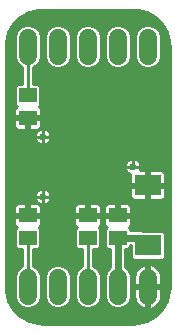
<source format=gbl>
G75*
%MOIN*%
%OFA0B0*%
%FSLAX25Y25*%
%IPPOS*%
%LPD*%
%AMOC8*
5,1,8,0,0,1.08239X$1,22.5*
%
%ADD10R,0.05906X0.05118*%
%ADD11R,0.08661X0.07087*%
%ADD12C,0.02362*%
%ADD13C,0.06000*%
%ADD14C,0.00984*%
%ADD15C,0.02362*%
D10*
X0018000Y0032752D03*
X0018000Y0040232D03*
X0038000Y0040232D03*
X0038000Y0032752D03*
X0048000Y0032752D03*
X0048000Y0040232D03*
X0018000Y0072752D03*
X0018000Y0080232D03*
D11*
X0058000Y0050281D03*
X0058000Y0030203D03*
D12*
X0053000Y0056492D03*
X0023000Y0046492D03*
X0023000Y0066492D03*
D13*
X0018000Y0093492D02*
X0018000Y0099492D01*
X0028000Y0099492D02*
X0028000Y0093492D01*
X0038000Y0093492D02*
X0038000Y0099492D01*
X0048000Y0099492D02*
X0048000Y0093492D01*
X0058000Y0093492D02*
X0058000Y0099492D01*
X0058000Y0019492D02*
X0058000Y0013492D01*
X0048000Y0013492D02*
X0048000Y0019492D01*
X0038000Y0019492D02*
X0038000Y0013492D01*
X0028000Y0013492D02*
X0028000Y0019492D01*
X0018000Y0019492D02*
X0018000Y0013492D01*
D14*
X0011597Y0011769D02*
X0010763Y0014881D01*
X0010657Y0016492D01*
X0010657Y0096492D01*
X0010763Y0098103D01*
X0011597Y0101215D01*
X0013208Y0104006D01*
X0015486Y0106284D01*
X0018277Y0107895D01*
X0021389Y0108729D01*
X0023000Y0108835D01*
X0053000Y0108835D01*
X0054611Y0108729D01*
X0057723Y0107895D01*
X0060514Y0106284D01*
X0062792Y0104006D01*
X0064403Y0101215D01*
X0065237Y0098103D01*
X0065343Y0096492D01*
X0065343Y0016492D01*
X0065237Y0014881D01*
X0064403Y0011769D01*
X0062792Y0008978D01*
X0060514Y0006700D01*
X0057723Y0005089D01*
X0054611Y0004255D01*
X0053000Y0004150D01*
X0023000Y0004150D01*
X0021389Y0004255D01*
X0018277Y0005089D01*
X0015486Y0006700D01*
X0013208Y0008978D01*
X0011597Y0011769D01*
X0011807Y0011406D02*
X0014232Y0011406D01*
X0014372Y0011068D02*
X0013720Y0012641D01*
X0013720Y0020343D01*
X0014372Y0021916D01*
X0015576Y0023120D01*
X0016228Y0023390D01*
X0016228Y0028913D01*
X0014517Y0028913D01*
X0013768Y0029663D01*
X0013768Y0035841D01*
X0014305Y0036379D01*
X0014131Y0036479D01*
X0013853Y0036757D01*
X0013657Y0037097D01*
X0013555Y0037477D01*
X0013555Y0039740D01*
X0017508Y0039740D01*
X0017508Y0040724D01*
X0013555Y0040724D01*
X0013555Y0042988D01*
X0013657Y0043367D01*
X0013853Y0043708D01*
X0014131Y0043985D01*
X0014471Y0044182D01*
X0014851Y0044283D01*
X0017508Y0044283D01*
X0017508Y0040724D01*
X0018492Y0040724D01*
X0022445Y0040724D01*
X0022445Y0042988D01*
X0022343Y0043367D01*
X0022147Y0043708D01*
X0021869Y0043985D01*
X0021529Y0044182D01*
X0021149Y0044283D01*
X0018492Y0044283D01*
X0018492Y0040724D01*
X0018492Y0039740D01*
X0022445Y0039740D01*
X0022445Y0037477D01*
X0022343Y0037097D01*
X0022147Y0036757D01*
X0021869Y0036479D01*
X0021695Y0036379D01*
X0022232Y0035841D01*
X0022232Y0029663D01*
X0021483Y0028913D01*
X0019772Y0028913D01*
X0019772Y0023390D01*
X0020424Y0023120D01*
X0021628Y0021916D01*
X0022280Y0020343D01*
X0022280Y0012641D01*
X0021628Y0011068D01*
X0020424Y0009864D01*
X0018851Y0009213D01*
X0017149Y0009213D01*
X0015576Y0009864D01*
X0014372Y0011068D01*
X0015017Y0010423D02*
X0012374Y0010423D01*
X0012941Y0009440D02*
X0016599Y0009440D01*
X0014712Y0007475D02*
X0061288Y0007475D01*
X0062271Y0008458D02*
X0013729Y0008458D01*
X0015847Y0006492D02*
X0060153Y0006492D01*
X0058451Y0005509D02*
X0017549Y0005509D01*
X0020376Y0004527D02*
X0055624Y0004527D01*
X0056948Y0009111D02*
X0057508Y0009022D01*
X0057508Y0016000D01*
X0058492Y0016000D01*
X0058492Y0009022D01*
X0059052Y0009111D01*
X0059724Y0009329D01*
X0060354Y0009650D01*
X0060926Y0010066D01*
X0061426Y0010566D01*
X0061842Y0011138D01*
X0062163Y0011768D01*
X0062382Y0012440D01*
X0062492Y0013139D01*
X0062492Y0016000D01*
X0058492Y0016000D01*
X0058492Y0016984D01*
X0062492Y0016984D01*
X0062492Y0019846D01*
X0062382Y0020544D01*
X0062163Y0021216D01*
X0061842Y0021847D01*
X0061426Y0022419D01*
X0060926Y0022919D01*
X0060354Y0023334D01*
X0059724Y0023655D01*
X0059052Y0023874D01*
X0058492Y0023962D01*
X0058492Y0016984D01*
X0057508Y0016984D01*
X0057508Y0016000D01*
X0053508Y0016000D01*
X0053508Y0013139D01*
X0053618Y0012440D01*
X0053837Y0011768D01*
X0054158Y0011138D01*
X0054574Y0010566D01*
X0055074Y0010066D01*
X0055646Y0009650D01*
X0056276Y0009329D01*
X0056948Y0009111D01*
X0057508Y0009440D02*
X0058492Y0009440D01*
X0058492Y0010423D02*
X0057508Y0010423D01*
X0057508Y0011406D02*
X0058492Y0011406D01*
X0058492Y0012389D02*
X0057508Y0012389D01*
X0057508Y0013371D02*
X0058492Y0013371D01*
X0058492Y0014354D02*
X0057508Y0014354D01*
X0057508Y0015337D02*
X0058492Y0015337D01*
X0058492Y0016320D02*
X0065331Y0016320D01*
X0065343Y0017303D02*
X0062492Y0017303D01*
X0062492Y0018285D02*
X0065343Y0018285D01*
X0065343Y0019268D02*
X0062492Y0019268D01*
X0062428Y0020251D02*
X0065343Y0020251D01*
X0065343Y0021234D02*
X0062154Y0021234D01*
X0061573Y0022216D02*
X0065343Y0022216D01*
X0065343Y0023199D02*
X0060540Y0023199D01*
X0058492Y0023199D02*
X0057508Y0023199D01*
X0057508Y0023962D02*
X0056948Y0023874D01*
X0056276Y0023655D01*
X0055646Y0023334D01*
X0055074Y0022919D01*
X0054574Y0022419D01*
X0054158Y0021847D01*
X0053837Y0021216D01*
X0053618Y0020544D01*
X0053508Y0019846D01*
X0053508Y0016984D01*
X0057508Y0016984D01*
X0057508Y0023962D01*
X0057508Y0022216D02*
X0058492Y0022216D01*
X0058492Y0021234D02*
X0057508Y0021234D01*
X0057508Y0020251D02*
X0058492Y0020251D01*
X0058492Y0019268D02*
X0057508Y0019268D01*
X0057508Y0018285D02*
X0058492Y0018285D01*
X0058492Y0017303D02*
X0057508Y0017303D01*
X0057508Y0016320D02*
X0052280Y0016320D01*
X0052280Y0017303D02*
X0053508Y0017303D01*
X0053508Y0018285D02*
X0052280Y0018285D01*
X0052280Y0019268D02*
X0053508Y0019268D01*
X0053572Y0020251D02*
X0052280Y0020251D01*
X0052280Y0020343D02*
X0051628Y0021916D01*
X0050461Y0023084D01*
X0050461Y0028913D01*
X0051483Y0028913D01*
X0052232Y0029663D01*
X0052232Y0030291D01*
X0052390Y0030291D01*
X0052390Y0026129D01*
X0053139Y0025380D01*
X0062861Y0025380D01*
X0063610Y0026129D01*
X0063610Y0034276D01*
X0062861Y0035026D01*
X0056392Y0035026D01*
X0055940Y0035213D01*
X0052232Y0035213D01*
X0052232Y0035841D01*
X0051695Y0036379D01*
X0051869Y0036479D01*
X0052147Y0036757D01*
X0052343Y0037097D01*
X0052445Y0037477D01*
X0052445Y0039740D01*
X0048492Y0039740D01*
X0048492Y0040724D01*
X0052445Y0040724D01*
X0052445Y0042988D01*
X0052343Y0043367D01*
X0052147Y0043708D01*
X0051869Y0043985D01*
X0051529Y0044182D01*
X0051149Y0044283D01*
X0048492Y0044283D01*
X0048492Y0040724D01*
X0047508Y0040724D01*
X0047508Y0039740D01*
X0043555Y0039740D01*
X0043555Y0037477D01*
X0043657Y0037097D01*
X0043853Y0036757D01*
X0044131Y0036479D01*
X0044305Y0036379D01*
X0043768Y0035841D01*
X0043768Y0029663D01*
X0044517Y0028913D01*
X0045539Y0028913D01*
X0045539Y0023084D01*
X0044372Y0021916D01*
X0043720Y0020343D01*
X0043720Y0012641D01*
X0044372Y0011068D01*
X0045576Y0009864D01*
X0047149Y0009213D01*
X0048851Y0009213D01*
X0050424Y0009864D01*
X0051628Y0011068D01*
X0052280Y0012641D01*
X0052280Y0020343D01*
X0051911Y0021234D02*
X0053846Y0021234D01*
X0054427Y0022216D02*
X0051328Y0022216D01*
X0050461Y0023199D02*
X0055460Y0023199D01*
X0052390Y0026147D02*
X0050461Y0026147D01*
X0050461Y0025165D02*
X0065343Y0025165D01*
X0065343Y0026147D02*
X0063610Y0026147D01*
X0063610Y0027130D02*
X0065343Y0027130D01*
X0065343Y0028113D02*
X0063610Y0028113D01*
X0063610Y0029096D02*
X0065343Y0029096D01*
X0065343Y0030078D02*
X0063610Y0030078D01*
X0063610Y0031061D02*
X0065343Y0031061D01*
X0065343Y0032044D02*
X0063610Y0032044D01*
X0063610Y0033027D02*
X0065343Y0033027D01*
X0065343Y0034009D02*
X0063610Y0034009D01*
X0062894Y0034992D02*
X0065343Y0034992D01*
X0065343Y0035975D02*
X0052098Y0035975D01*
X0052263Y0036958D02*
X0065343Y0036958D01*
X0065343Y0037941D02*
X0052445Y0037941D01*
X0052445Y0038923D02*
X0065343Y0038923D01*
X0065343Y0039906D02*
X0048492Y0039906D01*
X0048492Y0040889D02*
X0047508Y0040889D01*
X0047508Y0040724D02*
X0047508Y0044283D01*
X0044851Y0044283D01*
X0044471Y0044182D01*
X0044131Y0043985D01*
X0043853Y0043708D01*
X0043657Y0043367D01*
X0043555Y0042988D01*
X0043555Y0040724D01*
X0047508Y0040724D01*
X0047508Y0039906D02*
X0038492Y0039906D01*
X0038492Y0039740D02*
X0038492Y0040724D01*
X0042445Y0040724D01*
X0042445Y0042988D01*
X0042343Y0043367D01*
X0042147Y0043708D01*
X0041869Y0043985D01*
X0041529Y0044182D01*
X0041149Y0044283D01*
X0038492Y0044283D01*
X0038492Y0040724D01*
X0037508Y0040724D01*
X0037508Y0039740D01*
X0033555Y0039740D01*
X0033555Y0037477D01*
X0033657Y0037097D01*
X0033853Y0036757D01*
X0034131Y0036479D01*
X0034305Y0036379D01*
X0033768Y0035841D01*
X0033768Y0029663D01*
X0034517Y0028913D01*
X0036228Y0028913D01*
X0036228Y0023390D01*
X0035576Y0023120D01*
X0034372Y0021916D01*
X0033720Y0020343D01*
X0033720Y0012641D01*
X0034372Y0011068D01*
X0035576Y0009864D01*
X0037149Y0009213D01*
X0038851Y0009213D01*
X0040424Y0009864D01*
X0041628Y0011068D01*
X0042280Y0012641D01*
X0042280Y0020343D01*
X0041628Y0021916D01*
X0040424Y0023120D01*
X0039772Y0023390D01*
X0039772Y0028913D01*
X0041483Y0028913D01*
X0042232Y0029663D01*
X0042232Y0035841D01*
X0041695Y0036379D01*
X0041869Y0036479D01*
X0042147Y0036757D01*
X0042343Y0037097D01*
X0042445Y0037477D01*
X0042445Y0039740D01*
X0038492Y0039740D01*
X0038492Y0040889D02*
X0037508Y0040889D01*
X0037508Y0040724D02*
X0037508Y0044283D01*
X0034851Y0044283D01*
X0034471Y0044182D01*
X0034131Y0043985D01*
X0033853Y0043708D01*
X0033657Y0043367D01*
X0033555Y0042988D01*
X0033555Y0040724D01*
X0037508Y0040724D01*
X0037508Y0039906D02*
X0018492Y0039906D01*
X0018492Y0040889D02*
X0017508Y0040889D01*
X0017508Y0041872D02*
X0018492Y0041872D01*
X0018492Y0042854D02*
X0017508Y0042854D01*
X0017508Y0043837D02*
X0018492Y0043837D01*
X0020631Y0045226D02*
X0020924Y0044788D01*
X0021296Y0044416D01*
X0021734Y0044123D01*
X0022220Y0043922D01*
X0022737Y0043819D01*
X0023000Y0043819D01*
X0023263Y0043819D01*
X0023780Y0043922D01*
X0024266Y0044123D01*
X0024704Y0044416D01*
X0025076Y0044788D01*
X0025369Y0045226D01*
X0025570Y0045712D01*
X0025673Y0046229D01*
X0025673Y0046492D01*
X0023000Y0046492D01*
X0023000Y0043819D01*
X0023000Y0046492D01*
X0023000Y0046492D01*
X0023000Y0046492D01*
X0020327Y0046492D01*
X0020327Y0046229D01*
X0020430Y0045712D01*
X0020631Y0045226D01*
X0020902Y0044820D02*
X0010657Y0044820D01*
X0010657Y0045803D02*
X0020412Y0045803D01*
X0020327Y0046492D02*
X0023000Y0046492D01*
X0023000Y0046492D01*
X0025673Y0046492D01*
X0025673Y0046755D01*
X0025570Y0047272D01*
X0025369Y0047758D01*
X0025076Y0048196D01*
X0024704Y0048569D01*
X0024266Y0048861D01*
X0023780Y0049063D01*
X0023263Y0049165D01*
X0023000Y0049165D01*
X0022737Y0049165D01*
X0022220Y0049063D01*
X0021734Y0048861D01*
X0021296Y0048569D01*
X0020924Y0048196D01*
X0020631Y0047758D01*
X0020430Y0047272D01*
X0020327Y0046755D01*
X0020327Y0046492D01*
X0020333Y0046785D02*
X0010657Y0046785D01*
X0010657Y0047768D02*
X0020638Y0047768D01*
X0021569Y0048751D02*
X0010657Y0048751D01*
X0010657Y0049734D02*
X0052177Y0049734D01*
X0052177Y0049789D02*
X0052177Y0046542D01*
X0052279Y0046162D01*
X0052475Y0045822D01*
X0052753Y0045544D01*
X0053093Y0045348D01*
X0053473Y0045246D01*
X0057508Y0045246D01*
X0057508Y0049789D01*
X0058492Y0049789D01*
X0058492Y0045246D01*
X0062527Y0045246D01*
X0062907Y0045348D01*
X0063247Y0045544D01*
X0063525Y0045822D01*
X0063721Y0046162D01*
X0063823Y0046542D01*
X0063823Y0049789D01*
X0058492Y0049789D01*
X0058492Y0050774D01*
X0057508Y0050774D01*
X0057508Y0055317D01*
X0055407Y0055317D01*
X0055570Y0055712D01*
X0055673Y0056229D01*
X0055673Y0056492D01*
X0053000Y0056492D01*
X0053000Y0056492D01*
X0050327Y0056492D01*
X0050327Y0056229D01*
X0050430Y0055712D01*
X0050631Y0055226D01*
X0050924Y0054788D01*
X0051296Y0054416D01*
X0051734Y0054123D01*
X0052177Y0053939D01*
X0052177Y0050774D01*
X0057508Y0050774D01*
X0057508Y0049789D01*
X0052177Y0049789D01*
X0052177Y0048751D02*
X0024431Y0048751D01*
X0025362Y0047768D02*
X0052177Y0047768D01*
X0052177Y0046785D02*
X0025667Y0046785D01*
X0025588Y0045803D02*
X0052495Y0045803D01*
X0052017Y0043837D02*
X0065343Y0043837D01*
X0065343Y0042854D02*
X0052445Y0042854D01*
X0052445Y0041872D02*
X0065343Y0041872D01*
X0065343Y0040889D02*
X0052445Y0040889D01*
X0048492Y0041872D02*
X0047508Y0041872D01*
X0047508Y0042854D02*
X0048492Y0042854D01*
X0048492Y0043837D02*
X0047508Y0043837D01*
X0043983Y0043837D02*
X0042017Y0043837D01*
X0042445Y0042854D02*
X0043555Y0042854D01*
X0043555Y0041872D02*
X0042445Y0041872D01*
X0042445Y0040889D02*
X0043555Y0040889D01*
X0043555Y0038923D02*
X0042445Y0038923D01*
X0042445Y0037941D02*
X0043555Y0037941D01*
X0043737Y0036958D02*
X0042263Y0036958D01*
X0042098Y0035975D02*
X0043902Y0035975D01*
X0043768Y0034992D02*
X0042232Y0034992D01*
X0042232Y0034009D02*
X0043768Y0034009D01*
X0043768Y0033027D02*
X0042232Y0033027D01*
X0042232Y0032044D02*
X0043768Y0032044D01*
X0043768Y0031061D02*
X0042232Y0031061D01*
X0042232Y0030078D02*
X0043768Y0030078D01*
X0044335Y0029096D02*
X0041665Y0029096D01*
X0039772Y0028113D02*
X0045539Y0028113D01*
X0045539Y0027130D02*
X0039772Y0027130D01*
X0039772Y0026147D02*
X0045539Y0026147D01*
X0045539Y0025165D02*
X0039772Y0025165D01*
X0039772Y0024182D02*
X0045539Y0024182D01*
X0045539Y0023199D02*
X0040234Y0023199D01*
X0041328Y0022216D02*
X0044672Y0022216D01*
X0044089Y0021234D02*
X0041911Y0021234D01*
X0042280Y0020251D02*
X0043720Y0020251D01*
X0043720Y0019268D02*
X0042280Y0019268D01*
X0042280Y0018285D02*
X0043720Y0018285D01*
X0043720Y0017303D02*
X0042280Y0017303D01*
X0042280Y0016320D02*
X0043720Y0016320D01*
X0043720Y0015337D02*
X0042280Y0015337D01*
X0042280Y0014354D02*
X0043720Y0014354D01*
X0043720Y0013371D02*
X0042280Y0013371D01*
X0042175Y0012389D02*
X0043825Y0012389D01*
X0044232Y0011406D02*
X0041768Y0011406D01*
X0040983Y0010423D02*
X0045017Y0010423D01*
X0046599Y0009440D02*
X0039401Y0009440D01*
X0036599Y0009440D02*
X0029401Y0009440D01*
X0028851Y0009213D02*
X0030424Y0009864D01*
X0031628Y0011068D01*
X0032280Y0012641D01*
X0032280Y0020343D01*
X0031628Y0021916D01*
X0030424Y0023120D01*
X0028851Y0023772D01*
X0027149Y0023772D01*
X0025576Y0023120D01*
X0024372Y0021916D01*
X0023720Y0020343D01*
X0023720Y0012641D01*
X0024372Y0011068D01*
X0025576Y0009864D01*
X0027149Y0009213D01*
X0028851Y0009213D01*
X0026599Y0009440D02*
X0019401Y0009440D01*
X0020983Y0010423D02*
X0025017Y0010423D01*
X0024232Y0011406D02*
X0021768Y0011406D01*
X0022175Y0012389D02*
X0023825Y0012389D01*
X0023720Y0013371D02*
X0022280Y0013371D01*
X0022280Y0014354D02*
X0023720Y0014354D01*
X0023720Y0015337D02*
X0022280Y0015337D01*
X0022280Y0016320D02*
X0023720Y0016320D01*
X0023720Y0017303D02*
X0022280Y0017303D01*
X0022280Y0018285D02*
X0023720Y0018285D01*
X0023720Y0019268D02*
X0022280Y0019268D01*
X0022280Y0020251D02*
X0023720Y0020251D01*
X0024089Y0021234D02*
X0021911Y0021234D01*
X0021328Y0022216D02*
X0024672Y0022216D01*
X0025766Y0023199D02*
X0020234Y0023199D01*
X0019772Y0024182D02*
X0036228Y0024182D01*
X0036228Y0025165D02*
X0019772Y0025165D01*
X0019772Y0026147D02*
X0036228Y0026147D01*
X0036228Y0027130D02*
X0019772Y0027130D01*
X0019772Y0028113D02*
X0036228Y0028113D01*
X0034335Y0029096D02*
X0021665Y0029096D01*
X0022232Y0030078D02*
X0033768Y0030078D01*
X0033768Y0031061D02*
X0022232Y0031061D01*
X0022232Y0032044D02*
X0033768Y0032044D01*
X0033768Y0033027D02*
X0022232Y0033027D01*
X0022232Y0034009D02*
X0033768Y0034009D01*
X0033768Y0034992D02*
X0022232Y0034992D01*
X0022098Y0035975D02*
X0033902Y0035975D01*
X0033737Y0036958D02*
X0022263Y0036958D01*
X0022445Y0037941D02*
X0033555Y0037941D01*
X0033555Y0038923D02*
X0022445Y0038923D01*
X0022445Y0040889D02*
X0033555Y0040889D01*
X0033555Y0041872D02*
X0022445Y0041872D01*
X0022445Y0042854D02*
X0033555Y0042854D01*
X0033983Y0043837D02*
X0023355Y0043837D01*
X0023000Y0043837D02*
X0023000Y0043837D01*
X0022645Y0043837D02*
X0022017Y0043837D01*
X0023000Y0044820D02*
X0023000Y0044820D01*
X0023000Y0045803D02*
X0023000Y0045803D01*
X0023000Y0046492D02*
X0023000Y0049165D01*
X0023000Y0046492D01*
X0023000Y0046492D01*
X0023000Y0046785D02*
X0023000Y0046785D01*
X0023000Y0047768D02*
X0023000Y0047768D01*
X0023000Y0048751D02*
X0023000Y0048751D01*
X0025098Y0044820D02*
X0065343Y0044820D01*
X0065343Y0045803D02*
X0063505Y0045803D01*
X0063823Y0046785D02*
X0065343Y0046785D01*
X0065343Y0047768D02*
X0063823Y0047768D01*
X0063823Y0048751D02*
X0065343Y0048751D01*
X0065343Y0049734D02*
X0063823Y0049734D01*
X0063823Y0050774D02*
X0063823Y0054021D01*
X0063721Y0054401D01*
X0063525Y0054741D01*
X0063247Y0055019D01*
X0062907Y0055215D01*
X0062527Y0055317D01*
X0058492Y0055317D01*
X0058492Y0050774D01*
X0063823Y0050774D01*
X0063823Y0051699D02*
X0065343Y0051699D01*
X0065343Y0050716D02*
X0058492Y0050716D01*
X0058492Y0049734D02*
X0057508Y0049734D01*
X0057508Y0050716D02*
X0010657Y0050716D01*
X0010657Y0051699D02*
X0052177Y0051699D01*
X0052177Y0052682D02*
X0010657Y0052682D01*
X0010657Y0053665D02*
X0052177Y0053665D01*
X0051064Y0054648D02*
X0010657Y0054648D01*
X0010657Y0055630D02*
X0050463Y0055630D01*
X0050327Y0056492D02*
X0053000Y0056492D01*
X0053000Y0056492D01*
X0055673Y0056492D01*
X0055673Y0056755D01*
X0055570Y0057272D01*
X0055369Y0057758D01*
X0055076Y0058196D01*
X0054704Y0058569D01*
X0054266Y0058861D01*
X0053780Y0059063D01*
X0053263Y0059165D01*
X0053000Y0059165D01*
X0052737Y0059165D01*
X0052220Y0059063D01*
X0051734Y0058861D01*
X0051296Y0058569D01*
X0050924Y0058196D01*
X0050631Y0057758D01*
X0050430Y0057272D01*
X0050327Y0056755D01*
X0050327Y0056492D01*
X0050327Y0056613D02*
X0010657Y0056613D01*
X0010657Y0057596D02*
X0050564Y0057596D01*
X0051311Y0058579D02*
X0010657Y0058579D01*
X0010657Y0059561D02*
X0065343Y0059561D01*
X0065343Y0058579D02*
X0054689Y0058579D01*
X0055436Y0057596D02*
X0065343Y0057596D01*
X0065343Y0056613D02*
X0055673Y0056613D01*
X0055536Y0055630D02*
X0065343Y0055630D01*
X0065343Y0054648D02*
X0063579Y0054648D01*
X0063823Y0053665D02*
X0065343Y0053665D01*
X0065343Y0052682D02*
X0063823Y0052682D01*
X0058492Y0052682D02*
X0057508Y0052682D01*
X0057508Y0051699D02*
X0058492Y0051699D01*
X0058492Y0053665D02*
X0057508Y0053665D01*
X0057508Y0054648D02*
X0058492Y0054648D01*
X0058492Y0048751D02*
X0057508Y0048751D01*
X0057508Y0047768D02*
X0058492Y0047768D01*
X0058492Y0046785D02*
X0057508Y0046785D01*
X0057508Y0045803D02*
X0058492Y0045803D01*
X0053000Y0056492D02*
X0053000Y0056492D01*
X0053000Y0059165D01*
X0053000Y0056492D01*
X0053000Y0056613D02*
X0053000Y0056613D01*
X0053000Y0057596D02*
X0053000Y0057596D01*
X0053000Y0058579D02*
X0053000Y0058579D01*
X0065343Y0060544D02*
X0010657Y0060544D01*
X0010657Y0061527D02*
X0065343Y0061527D01*
X0065343Y0062510D02*
X0010657Y0062510D01*
X0010657Y0063492D02*
X0065343Y0063492D01*
X0065343Y0064475D02*
X0024764Y0064475D01*
X0024704Y0064416D02*
X0025076Y0064788D01*
X0025369Y0065226D01*
X0025570Y0065712D01*
X0025673Y0066229D01*
X0025673Y0066492D01*
X0023000Y0066492D01*
X0023000Y0063819D01*
X0023263Y0063819D01*
X0023780Y0063922D01*
X0024266Y0064123D01*
X0024704Y0064416D01*
X0025465Y0065458D02*
X0065343Y0065458D01*
X0065343Y0066441D02*
X0025673Y0066441D01*
X0025673Y0066492D02*
X0025673Y0066755D01*
X0025570Y0067272D01*
X0025369Y0067758D01*
X0025076Y0068196D01*
X0024704Y0068569D01*
X0024266Y0068861D01*
X0023780Y0069063D01*
X0023263Y0069165D01*
X0023000Y0069165D01*
X0022737Y0069165D01*
X0022220Y0069063D01*
X0021734Y0068861D01*
X0021296Y0068569D01*
X0020924Y0068196D01*
X0020631Y0067758D01*
X0020430Y0067272D01*
X0020327Y0066755D01*
X0020327Y0066492D01*
X0020327Y0066229D01*
X0020430Y0065712D01*
X0020631Y0065226D01*
X0020924Y0064788D01*
X0021296Y0064416D01*
X0021734Y0064123D01*
X0022220Y0063922D01*
X0022737Y0063819D01*
X0023000Y0063819D01*
X0023000Y0066492D01*
X0023000Y0066492D01*
X0023000Y0066492D01*
X0020327Y0066492D01*
X0023000Y0066492D01*
X0023000Y0066492D01*
X0025673Y0066492D01*
X0025508Y0067423D02*
X0065343Y0067423D01*
X0065343Y0068406D02*
X0024866Y0068406D01*
X0023000Y0068406D02*
X0023000Y0068406D01*
X0023000Y0069165D02*
X0023000Y0066492D01*
X0023000Y0066492D01*
X0023000Y0069165D01*
X0022343Y0069617D02*
X0022445Y0069996D01*
X0022445Y0072260D01*
X0018492Y0072260D01*
X0018492Y0073244D01*
X0022445Y0073244D01*
X0022445Y0075507D01*
X0022343Y0075887D01*
X0022147Y0076227D01*
X0021869Y0076505D01*
X0021695Y0076606D01*
X0022232Y0077143D01*
X0022232Y0083321D01*
X0021483Y0084071D01*
X0019772Y0084071D01*
X0019772Y0089594D01*
X0020424Y0089864D01*
X0021628Y0091068D01*
X0022280Y0092641D01*
X0022280Y0100343D01*
X0021628Y0101916D01*
X0020424Y0103120D01*
X0018851Y0103772D01*
X0017149Y0103772D01*
X0015576Y0103120D01*
X0014372Y0101916D01*
X0013720Y0100343D01*
X0013720Y0092641D01*
X0014372Y0091068D01*
X0015576Y0089864D01*
X0016228Y0089594D01*
X0016228Y0084071D01*
X0014517Y0084071D01*
X0013768Y0083321D01*
X0013768Y0077143D01*
X0014305Y0076606D01*
X0014131Y0076505D01*
X0013853Y0076227D01*
X0013657Y0075887D01*
X0013555Y0075507D01*
X0013555Y0073244D01*
X0017508Y0073244D01*
X0017508Y0072260D01*
X0013555Y0072260D01*
X0013555Y0069996D01*
X0013657Y0069617D01*
X0013853Y0069277D01*
X0014131Y0068999D01*
X0014471Y0068802D01*
X0014851Y0068701D01*
X0017508Y0068701D01*
X0017508Y0072260D01*
X0018492Y0072260D01*
X0018492Y0068701D01*
X0021149Y0068701D01*
X0021529Y0068802D01*
X0021869Y0068999D01*
X0022147Y0069277D01*
X0022343Y0069617D01*
X0022212Y0069389D02*
X0065343Y0069389D01*
X0065343Y0070372D02*
X0022445Y0070372D01*
X0022445Y0071355D02*
X0065343Y0071355D01*
X0065343Y0072337D02*
X0018492Y0072337D01*
X0018492Y0071355D02*
X0017508Y0071355D01*
X0017508Y0072337D02*
X0010657Y0072337D01*
X0010657Y0071355D02*
X0013555Y0071355D01*
X0013555Y0070372D02*
X0010657Y0070372D01*
X0010657Y0069389D02*
X0013788Y0069389D01*
X0013555Y0073320D02*
X0010657Y0073320D01*
X0010657Y0074303D02*
X0013555Y0074303D01*
X0013555Y0075286D02*
X0010657Y0075286D01*
X0010657Y0076268D02*
X0013894Y0076268D01*
X0013768Y0077251D02*
X0010657Y0077251D01*
X0010657Y0078234D02*
X0013768Y0078234D01*
X0013768Y0079217D02*
X0010657Y0079217D01*
X0010657Y0080199D02*
X0013768Y0080199D01*
X0013768Y0081182D02*
X0010657Y0081182D01*
X0010657Y0082165D02*
X0013768Y0082165D01*
X0013768Y0083148D02*
X0010657Y0083148D01*
X0010657Y0084130D02*
X0016228Y0084130D01*
X0016228Y0085113D02*
X0010657Y0085113D01*
X0010657Y0086096D02*
X0016228Y0086096D01*
X0016228Y0087079D02*
X0010657Y0087079D01*
X0010657Y0088061D02*
X0016228Y0088061D01*
X0016228Y0089044D02*
X0010657Y0089044D01*
X0010657Y0090027D02*
X0015413Y0090027D01*
X0014430Y0091010D02*
X0010657Y0091010D01*
X0010657Y0091993D02*
X0013989Y0091993D01*
X0013720Y0092975D02*
X0010657Y0092975D01*
X0010657Y0093958D02*
X0013720Y0093958D01*
X0013720Y0094941D02*
X0010657Y0094941D01*
X0010657Y0095924D02*
X0013720Y0095924D01*
X0013720Y0096906D02*
X0010685Y0096906D01*
X0010749Y0097889D02*
X0013720Y0097889D01*
X0013720Y0098872D02*
X0010969Y0098872D01*
X0011232Y0099855D02*
X0013720Y0099855D01*
X0013925Y0100837D02*
X0011496Y0100837D01*
X0011946Y0101820D02*
X0014332Y0101820D01*
X0015259Y0102803D02*
X0012514Y0102803D01*
X0013081Y0103786D02*
X0062919Y0103786D01*
X0063486Y0102803D02*
X0060741Y0102803D01*
X0060424Y0103120D02*
X0058851Y0103772D01*
X0057149Y0103772D01*
X0055576Y0103120D01*
X0054372Y0101916D01*
X0053720Y0100343D01*
X0053720Y0092641D01*
X0054372Y0091068D01*
X0055576Y0089864D01*
X0057149Y0089213D01*
X0058851Y0089213D01*
X0060424Y0089864D01*
X0061628Y0091068D01*
X0062280Y0092641D01*
X0062280Y0100343D01*
X0061628Y0101916D01*
X0060424Y0103120D01*
X0061668Y0101820D02*
X0064054Y0101820D01*
X0064504Y0100837D02*
X0062075Y0100837D01*
X0062280Y0099855D02*
X0064768Y0099855D01*
X0065031Y0098872D02*
X0062280Y0098872D01*
X0062280Y0097889D02*
X0065251Y0097889D01*
X0065315Y0096906D02*
X0062280Y0096906D01*
X0062280Y0095924D02*
X0065343Y0095924D01*
X0065343Y0094941D02*
X0062280Y0094941D01*
X0062280Y0093958D02*
X0065343Y0093958D01*
X0065343Y0092975D02*
X0062280Y0092975D01*
X0062011Y0091993D02*
X0065343Y0091993D01*
X0065343Y0091010D02*
X0061570Y0091010D01*
X0060587Y0090027D02*
X0065343Y0090027D01*
X0065343Y0089044D02*
X0019772Y0089044D01*
X0019772Y0088061D02*
X0065343Y0088061D01*
X0065343Y0087079D02*
X0019772Y0087079D01*
X0019772Y0086096D02*
X0065343Y0086096D01*
X0065343Y0085113D02*
X0019772Y0085113D01*
X0019772Y0084130D02*
X0065343Y0084130D01*
X0065343Y0083148D02*
X0022232Y0083148D01*
X0022232Y0082165D02*
X0065343Y0082165D01*
X0065343Y0081182D02*
X0022232Y0081182D01*
X0022232Y0080199D02*
X0065343Y0080199D01*
X0065343Y0079217D02*
X0022232Y0079217D01*
X0022232Y0078234D02*
X0065343Y0078234D01*
X0065343Y0077251D02*
X0022232Y0077251D01*
X0022106Y0076268D02*
X0065343Y0076268D01*
X0065343Y0075286D02*
X0022445Y0075286D01*
X0022445Y0074303D02*
X0065343Y0074303D01*
X0065343Y0073320D02*
X0022445Y0073320D01*
X0021134Y0068406D02*
X0010657Y0068406D01*
X0010657Y0067423D02*
X0020492Y0067423D01*
X0020327Y0066441D02*
X0010657Y0066441D01*
X0010657Y0065458D02*
X0020535Y0065458D01*
X0021236Y0064475D02*
X0010657Y0064475D01*
X0017508Y0069389D02*
X0018492Y0069389D01*
X0018492Y0070372D02*
X0017508Y0070372D01*
X0023000Y0067423D02*
X0023000Y0067423D01*
X0023000Y0066441D02*
X0023000Y0066441D01*
X0023000Y0065458D02*
X0023000Y0065458D01*
X0023000Y0064475D02*
X0023000Y0064475D01*
X0018000Y0080232D02*
X0018000Y0096492D01*
X0020741Y0102803D02*
X0025259Y0102803D01*
X0025576Y0103120D02*
X0024372Y0101916D01*
X0023720Y0100343D01*
X0023720Y0092641D01*
X0024372Y0091068D01*
X0025576Y0089864D01*
X0027149Y0089213D01*
X0028851Y0089213D01*
X0030424Y0089864D01*
X0031628Y0091068D01*
X0032280Y0092641D01*
X0032280Y0100343D01*
X0031628Y0101916D01*
X0030424Y0103120D01*
X0028851Y0103772D01*
X0027149Y0103772D01*
X0025576Y0103120D01*
X0024332Y0101820D02*
X0021668Y0101820D01*
X0022075Y0100837D02*
X0023925Y0100837D01*
X0023720Y0099855D02*
X0022280Y0099855D01*
X0022280Y0098872D02*
X0023720Y0098872D01*
X0023720Y0097889D02*
X0022280Y0097889D01*
X0022280Y0096906D02*
X0023720Y0096906D01*
X0023720Y0095924D02*
X0022280Y0095924D01*
X0022280Y0094941D02*
X0023720Y0094941D01*
X0023720Y0093958D02*
X0022280Y0093958D01*
X0022280Y0092975D02*
X0023720Y0092975D01*
X0023989Y0091993D02*
X0022011Y0091993D01*
X0021570Y0091010D02*
X0024430Y0091010D01*
X0025413Y0090027D02*
X0020587Y0090027D01*
X0013971Y0104768D02*
X0062029Y0104768D01*
X0061047Y0105751D02*
X0014953Y0105751D01*
X0016266Y0106734D02*
X0059734Y0106734D01*
X0058032Y0107717D02*
X0017968Y0107717D01*
X0021279Y0108700D02*
X0054721Y0108700D01*
X0055259Y0102803D02*
X0050741Y0102803D01*
X0050424Y0103120D02*
X0048851Y0103772D01*
X0047149Y0103772D01*
X0045576Y0103120D01*
X0044372Y0101916D01*
X0043720Y0100343D01*
X0043720Y0092641D01*
X0044372Y0091068D01*
X0045576Y0089864D01*
X0047149Y0089213D01*
X0048851Y0089213D01*
X0050424Y0089864D01*
X0051628Y0091068D01*
X0052280Y0092641D01*
X0052280Y0100343D01*
X0051628Y0101916D01*
X0050424Y0103120D01*
X0051668Y0101820D02*
X0054332Y0101820D01*
X0053925Y0100837D02*
X0052075Y0100837D01*
X0052280Y0099855D02*
X0053720Y0099855D01*
X0053720Y0098872D02*
X0052280Y0098872D01*
X0052280Y0097889D02*
X0053720Y0097889D01*
X0053720Y0096906D02*
X0052280Y0096906D01*
X0052280Y0095924D02*
X0053720Y0095924D01*
X0053720Y0094941D02*
X0052280Y0094941D01*
X0052280Y0093958D02*
X0053720Y0093958D01*
X0053720Y0092975D02*
X0052280Y0092975D01*
X0052011Y0091993D02*
X0053989Y0091993D01*
X0054430Y0091010D02*
X0051570Y0091010D01*
X0050587Y0090027D02*
X0055413Y0090027D01*
X0045413Y0090027D02*
X0040587Y0090027D01*
X0040424Y0089864D02*
X0041628Y0091068D01*
X0042280Y0092641D01*
X0042280Y0100343D01*
X0041628Y0101916D01*
X0040424Y0103120D01*
X0038851Y0103772D01*
X0037149Y0103772D01*
X0035576Y0103120D01*
X0034372Y0101916D01*
X0033720Y0100343D01*
X0033720Y0092641D01*
X0034372Y0091068D01*
X0035576Y0089864D01*
X0037149Y0089213D01*
X0038851Y0089213D01*
X0040424Y0089864D01*
X0041570Y0091010D02*
X0044430Y0091010D01*
X0043989Y0091993D02*
X0042011Y0091993D01*
X0042280Y0092975D02*
X0043720Y0092975D01*
X0043720Y0093958D02*
X0042280Y0093958D01*
X0042280Y0094941D02*
X0043720Y0094941D01*
X0043720Y0095924D02*
X0042280Y0095924D01*
X0042280Y0096906D02*
X0043720Y0096906D01*
X0043720Y0097889D02*
X0042280Y0097889D01*
X0042280Y0098872D02*
X0043720Y0098872D01*
X0043720Y0099855D02*
X0042280Y0099855D01*
X0042075Y0100837D02*
X0043925Y0100837D01*
X0044332Y0101820D02*
X0041668Y0101820D01*
X0040741Y0102803D02*
X0045259Y0102803D01*
X0035259Y0102803D02*
X0030741Y0102803D01*
X0031668Y0101820D02*
X0034332Y0101820D01*
X0033925Y0100837D02*
X0032075Y0100837D01*
X0032280Y0099855D02*
X0033720Y0099855D01*
X0033720Y0098872D02*
X0032280Y0098872D01*
X0032280Y0097889D02*
X0033720Y0097889D01*
X0033720Y0096906D02*
X0032280Y0096906D01*
X0032280Y0095924D02*
X0033720Y0095924D01*
X0033720Y0094941D02*
X0032280Y0094941D01*
X0032280Y0093958D02*
X0033720Y0093958D01*
X0033720Y0092975D02*
X0032280Y0092975D01*
X0032011Y0091993D02*
X0033989Y0091993D01*
X0034430Y0091010D02*
X0031570Y0091010D01*
X0030587Y0090027D02*
X0035413Y0090027D01*
X0037508Y0043837D02*
X0038492Y0043837D01*
X0038492Y0042854D02*
X0037508Y0042854D01*
X0037508Y0041872D02*
X0038492Y0041872D01*
X0038000Y0032752D02*
X0038000Y0016492D01*
X0034089Y0021234D02*
X0031911Y0021234D01*
X0032280Y0020251D02*
X0033720Y0020251D01*
X0033720Y0019268D02*
X0032280Y0019268D01*
X0032280Y0018285D02*
X0033720Y0018285D01*
X0033720Y0017303D02*
X0032280Y0017303D01*
X0032280Y0016320D02*
X0033720Y0016320D01*
X0033720Y0015337D02*
X0032280Y0015337D01*
X0032280Y0014354D02*
X0033720Y0014354D01*
X0033720Y0013371D02*
X0032280Y0013371D01*
X0032175Y0012389D02*
X0033825Y0012389D01*
X0034232Y0011406D02*
X0031768Y0011406D01*
X0030983Y0010423D02*
X0035017Y0010423D01*
X0034672Y0022216D02*
X0031328Y0022216D01*
X0030234Y0023199D02*
X0035766Y0023199D01*
X0049401Y0009440D02*
X0056057Y0009440D01*
X0054716Y0010423D02*
X0050983Y0010423D01*
X0051768Y0011406D02*
X0054021Y0011406D01*
X0053635Y0012389D02*
X0052175Y0012389D01*
X0052280Y0013371D02*
X0053508Y0013371D01*
X0053508Y0014354D02*
X0052280Y0014354D01*
X0052280Y0015337D02*
X0053508Y0015337D01*
X0050461Y0024182D02*
X0065343Y0024182D01*
X0065267Y0015337D02*
X0062492Y0015337D01*
X0062492Y0014354D02*
X0065096Y0014354D01*
X0064832Y0013371D02*
X0062492Y0013371D01*
X0062365Y0012389D02*
X0064569Y0012389D01*
X0064403Y0011769D02*
X0064403Y0011769D01*
X0064193Y0011406D02*
X0061979Y0011406D01*
X0061284Y0010423D02*
X0063626Y0010423D01*
X0063059Y0009440D02*
X0059943Y0009440D01*
X0052390Y0027130D02*
X0050461Y0027130D01*
X0050461Y0028113D02*
X0052390Y0028113D01*
X0052390Y0029096D02*
X0051665Y0029096D01*
X0052232Y0030078D02*
X0052390Y0030078D01*
X0018000Y0032752D02*
X0018000Y0016492D01*
X0014089Y0021234D02*
X0010657Y0021234D01*
X0010657Y0022216D02*
X0014672Y0022216D01*
X0015766Y0023199D02*
X0010657Y0023199D01*
X0010657Y0024182D02*
X0016228Y0024182D01*
X0016228Y0025165D02*
X0010657Y0025165D01*
X0010657Y0026147D02*
X0016228Y0026147D01*
X0016228Y0027130D02*
X0010657Y0027130D01*
X0010657Y0028113D02*
X0016228Y0028113D01*
X0014335Y0029096D02*
X0010657Y0029096D01*
X0010657Y0030078D02*
X0013768Y0030078D01*
X0013768Y0031061D02*
X0010657Y0031061D01*
X0010657Y0032044D02*
X0013768Y0032044D01*
X0013768Y0033027D02*
X0010657Y0033027D01*
X0010657Y0034009D02*
X0013768Y0034009D01*
X0013768Y0034992D02*
X0010657Y0034992D01*
X0010657Y0035975D02*
X0013902Y0035975D01*
X0013737Y0036958D02*
X0010657Y0036958D01*
X0010657Y0037941D02*
X0013555Y0037941D01*
X0013555Y0038923D02*
X0010657Y0038923D01*
X0010657Y0039906D02*
X0017508Y0039906D01*
X0013983Y0043837D02*
X0010657Y0043837D01*
X0010657Y0042854D02*
X0013555Y0042854D01*
X0013555Y0041872D02*
X0010657Y0041872D01*
X0010657Y0040889D02*
X0013555Y0040889D01*
X0013720Y0020251D02*
X0010657Y0020251D01*
X0010657Y0019268D02*
X0013720Y0019268D01*
X0013720Y0018285D02*
X0010657Y0018285D01*
X0010657Y0017303D02*
X0013720Y0017303D01*
X0013720Y0016320D02*
X0010669Y0016320D01*
X0010733Y0015337D02*
X0013720Y0015337D01*
X0013720Y0014354D02*
X0010904Y0014354D01*
X0011168Y0013371D02*
X0013720Y0013371D01*
X0013825Y0012389D02*
X0011431Y0012389D01*
D15*
X0048000Y0016492D02*
X0048000Y0032752D01*
X0055451Y0032752D01*
X0058000Y0030203D01*
M02*

</source>
